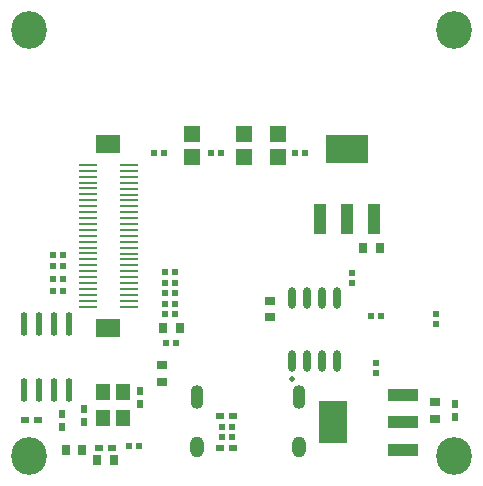
<source format=gbr>
%TF.GenerationSoftware,KiCad,Pcbnew,9.0.4*%
%TF.CreationDate,2025-09-14T02:35:36-04:00*%
%TF.ProjectId,D8X3C_Backpack_V1.0,44385833-435f-4426-9163-6b7061636b5f,rev?*%
%TF.SameCoordinates,Original*%
%TF.FileFunction,Soldermask,Bot*%
%TF.FilePolarity,Negative*%
%FSLAX46Y46*%
G04 Gerber Fmt 4.6, Leading zero omitted, Abs format (unit mm)*
G04 Created by KiCad (PCBNEW 9.0.4) date 2025-09-14 02:35:36*
%MOMM*%
%LPD*%
G01*
G04 APERTURE LIST*
%ADD10O,3.000000X3.200000*%
%ADD11O,1.100000X2.000000*%
%ADD12O,1.200000X1.800000*%
%ADD13C,0.500000*%
%ADD14R,0.540000X0.790000*%
%ADD15R,0.565500X0.540000*%
%ADD16R,0.540000X0.565500*%
%ADD17R,0.790000X0.540000*%
%ADD18R,1.350000X1.410000*%
%ADD19R,1.500000X0.250000*%
%ADD20R,2.000000X1.500000*%
%ADD21R,1.200000X1.400000*%
%ADD22R,0.800000X0.900000*%
%ADD23R,0.900000X0.800000*%
%ADD24O,0.574000X2.035500*%
%ADD25O,0.630000X1.865000*%
%ADD26R,0.800000X0.864000*%
%ADD27R,2.500000X1.100000*%
%ADD28R,2.340000X3.600000*%
%ADD29R,1.100000X2.500000*%
%ADD30R,3.600000X2.340000*%
G04 APERTURE END LIST*
D10*
%TO.C,*%
X2000000Y-2000000D03*
%TD*%
%TO.C,*%
X38000000Y-2000000D03*
%TD*%
%TO.C,*%
X2000000Y-38000000D03*
%TD*%
D11*
%TO.C,USB1*%
X16185500Y-33036500D03*
D12*
X16185500Y-37236500D03*
D11*
X24835500Y-33036500D03*
D12*
X24835500Y-37236500D03*
%TD*%
D10*
%TO.C,*%
X38000000Y-38000000D03*
%TD*%
D13*
%TO.C,RTS#*%
X24224000Y-31479500D03*
%TD*%
D14*
%TO.C,C4*%
X6667500Y-34062500D03*
X6667500Y-35152500D03*
%TD*%
D15*
%TO.C,R37*%
X13455000Y-25164500D03*
X14321000Y-25164500D03*
%TD*%
D16*
%TO.C,R49*%
X29337000Y-22554000D03*
X29337000Y-23420000D03*
%TD*%
D17*
%TO.C,C9*%
X8990500Y-37338000D03*
X7900500Y-37338000D03*
%TD*%
D18*
%TO.C,C32*%
X15748000Y-10747500D03*
X15748000Y-12747500D03*
%TD*%
D15*
%TO.C,R36*%
X13455000Y-26053500D03*
X14321000Y-26053500D03*
%TD*%
D19*
%TO.C,CN1*%
X6949000Y-25391000D03*
X6948000Y-24889000D03*
X6949000Y-24389500D03*
X6949000Y-23889500D03*
X6949000Y-23389500D03*
X6949000Y-22889500D03*
X6949000Y-22389500D03*
X6949000Y-21889500D03*
X6949000Y-21389500D03*
X6949000Y-20889500D03*
X6949000Y-20389500D03*
X6949000Y-19889500D03*
X6949000Y-19389500D03*
X6949000Y-18889500D03*
X6949000Y-18389500D03*
X6949000Y-17889500D03*
X6949000Y-17389500D03*
X6949000Y-16889500D03*
X6949000Y-16389500D03*
X6949000Y-15889500D03*
X6949000Y-15389500D03*
X6949000Y-14889500D03*
X6949000Y-14389500D03*
X6949000Y-13889500D03*
X6949000Y-13389500D03*
X10452000Y-13400500D03*
X10452000Y-13900500D03*
X10452000Y-14400500D03*
X10452000Y-14900500D03*
X10452000Y-15400500D03*
X10452000Y-15900500D03*
X10452000Y-16400500D03*
X10452000Y-16900500D03*
X10452000Y-17400500D03*
X10452000Y-17900500D03*
X10452000Y-18400500D03*
X10452000Y-18900500D03*
X10452000Y-19400500D03*
X10452000Y-19900500D03*
X10452000Y-20400500D03*
X10452000Y-20900500D03*
X10452000Y-21400500D03*
X10452000Y-21900500D03*
X10452000Y-22400000D03*
X10452000Y-22900500D03*
X10452000Y-23400000D03*
X10452000Y-23900500D03*
X10452000Y-24400000D03*
X10452000Y-24900500D03*
X10452000Y-25400000D03*
D20*
X8701000Y-27199000D03*
X8703000Y-11601000D03*
%TD*%
D21*
%TO.C,X2*%
X8249000Y-34811500D03*
X8249000Y-32611500D03*
X9949000Y-32611500D03*
X9949000Y-34811500D03*
%TD*%
D17*
%TO.C,C12*%
X18187500Y-34671000D03*
X19277500Y-34671000D03*
%TD*%
D15*
%TO.C,R34*%
X4859500Y-23094000D03*
X3993500Y-23094000D03*
%TD*%
D22*
%TO.C,C33*%
X30288000Y-20447000D03*
X31688000Y-20447000D03*
%TD*%
D18*
%TO.C,C31*%
X20193000Y-10747500D03*
X20193000Y-12747500D03*
%TD*%
D15*
%TO.C,R4*%
X3993500Y-24041000D03*
X4859500Y-24041000D03*
%TD*%
%TO.C,R35*%
X4859500Y-21929500D03*
X3993500Y-21929500D03*
%TD*%
D14*
%TO.C,C3*%
X11366500Y-32538500D03*
X11366500Y-33628500D03*
%TD*%
D15*
%TO.C,R23*%
X17347000Y-12382500D03*
X18213000Y-12382500D03*
%TD*%
D23*
%TO.C,C15*%
X22415500Y-24890500D03*
X22415500Y-26290500D03*
%TD*%
D18*
%TO.C,C30*%
X23050500Y-10747500D03*
X23050500Y-12747500D03*
%TD*%
D14*
%TO.C,C6*%
X4762500Y-34507000D03*
X4762500Y-35597000D03*
%TD*%
%TO.C,C10*%
X38077000Y-33641000D03*
X38077000Y-34731000D03*
%TD*%
D24*
%TO.C,U10*%
X1524000Y-26886500D03*
X2794000Y-26886500D03*
X4064000Y-26886500D03*
X5334000Y-26886500D03*
X5334000Y-32422500D03*
X4064000Y-32422500D03*
X2794000Y-32422500D03*
X1524000Y-32422500D03*
%TD*%
D15*
%TO.C,R41*%
X13600500Y-28448000D03*
X14466500Y-28448000D03*
%TD*%
D22*
%TO.C,C19*%
X5078500Y-37528500D03*
X6478500Y-37528500D03*
%TD*%
D23*
%TO.C,C8*%
X36337500Y-34886000D03*
X36337500Y-33486000D03*
%TD*%
D25*
%TO.C,U2*%
X28067000Y-29987500D03*
X26797000Y-29987500D03*
X25527000Y-29987500D03*
X24257000Y-29987500D03*
X24257000Y-24622500D03*
X25527000Y-24622500D03*
X26797000Y-24622500D03*
X28067000Y-24622500D03*
%TD*%
D26*
%TO.C,L3*%
X13333500Y-27241500D03*
X14733500Y-27241500D03*
%TD*%
D15*
%TO.C,R8*%
X11291500Y-37211000D03*
X10425500Y-37211000D03*
%TD*%
%TO.C,R40*%
X13455000Y-22497500D03*
X14321000Y-22497500D03*
%TD*%
D22*
%TO.C,C7*%
X7745500Y-38354000D03*
X9145500Y-38354000D03*
%TD*%
D15*
%TO.C,R5*%
X3993500Y-21056500D03*
X4859500Y-21056500D03*
%TD*%
%TO.C,R25*%
X24522500Y-12382500D03*
X25388500Y-12382500D03*
%TD*%
%TO.C,R21*%
X12584500Y-12382500D03*
X13450500Y-12382500D03*
%TD*%
D17*
%TO.C,C11*%
X18187500Y-37338000D03*
X19277500Y-37338000D03*
%TD*%
D15*
%TO.C,R9*%
X19165500Y-36449000D03*
X18299500Y-36449000D03*
%TD*%
D16*
%TO.C,R30*%
X36449000Y-26849000D03*
X36449000Y-25983000D03*
%TD*%
D27*
%TO.C,U4*%
X33617500Y-32902000D03*
X33617500Y-35202000D03*
X33617500Y-37502000D03*
D28*
X27677500Y-35202000D03*
%TD*%
D16*
%TO.C,R53*%
X31369000Y-30174000D03*
X31369000Y-31040000D03*
%TD*%
D17*
%TO.C,C20*%
X1614000Y-34988500D03*
X2704000Y-34988500D03*
%TD*%
D15*
%TO.C,R10*%
X19160500Y-35564000D03*
X18294500Y-35564000D03*
%TD*%
%TO.C,R39*%
X13455000Y-23386500D03*
X14321000Y-23386500D03*
%TD*%
D23*
%TO.C,C17*%
X13208000Y-31751500D03*
X13208000Y-30351500D03*
%TD*%
D29*
%TO.C,U11*%
X31192500Y-17956000D03*
X28892500Y-17956000D03*
X26592500Y-17956000D03*
D30*
X28892500Y-12016000D03*
%TD*%
D15*
%TO.C,R57*%
X31802000Y-26225500D03*
X30936000Y-26225500D03*
%TD*%
%TO.C,R38*%
X13455000Y-24275500D03*
X14321000Y-24275500D03*
%TD*%
M02*

</source>
